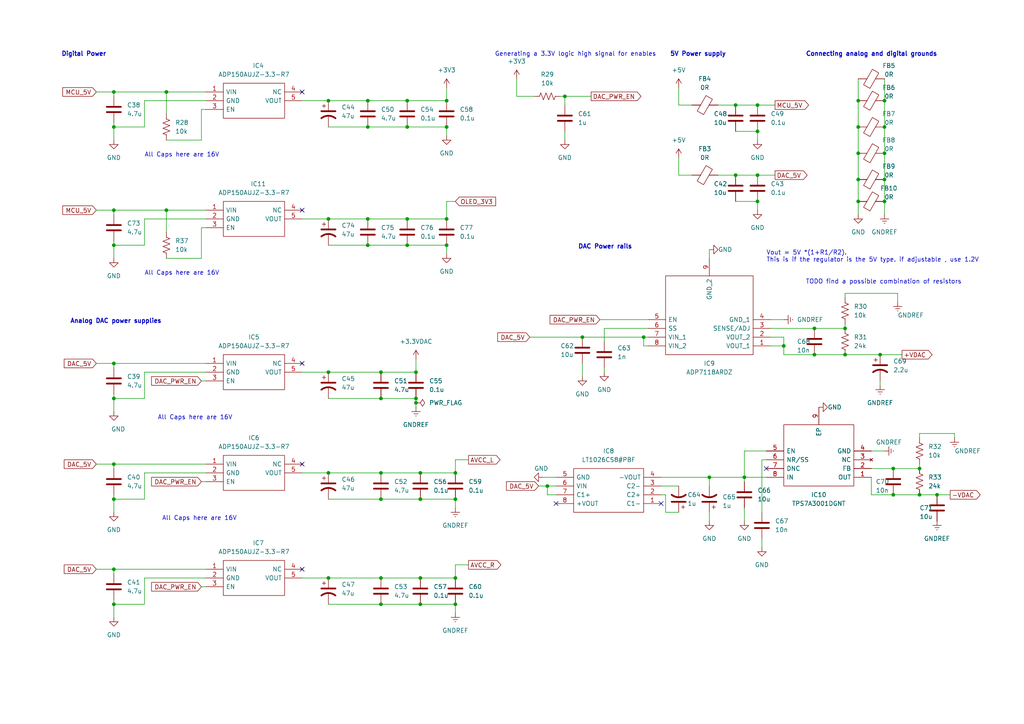
<source format=kicad_sch>
(kicad_sch (version 20211123) (generator eeschema)
  (paper "A4")
  (title_block (title "Power Supplies"))
  (junction (at 106.68 71.12))
  (junction (at 110.49 144.78))
  (junction (at 163.83 27.94))
  (junction (at 213.36 30.48))
  (junction (at 213.36 50.8))
  (junction (at 168.91 97.79))
  (junction (at 121.92 175.26))
  (junction (at 118.11 36.83))
  (junction (at 271.78 143.51))
  (junction (at 110.49 167.64))
  (junction (at 95.25 63.5))
  (junction (at 33.02 115.57))
  (junction (at 106.68 36.83))
  (junction (at 121.92 137.16))
  (junction (at 95.25 167.64))
  (junction (at 245.11 102.87))
  (junction (at 186.69 97.79))
  (junction (at 227.33 100.33))
  (junction (at 248.92 58.42))
  (junction (at 219.71 58.42))
  (junction (at 118.11 63.5))
  (junction (at 129.54 71.12))
  (junction (at 33.02 105.41))
  (junction (at 132.08 175.26))
  (junction (at 219.71 30.48))
  (junction (at 256.54 29.21))
  (junction (at 266.7 135.89))
  (junction (at 245.11 95.25))
  (junction (at 95.25 107.95))
  (junction (at 118.11 71.12))
  (junction (at 248.92 29.21))
  (junction (at 33.02 26.67))
  (junction (at 205.74 138.43))
  (junction (at 48.26 26.67))
  (junction (at 110.49 175.26))
  (junction (at 110.49 107.95))
  (junction (at 219.71 50.8))
  (junction (at 129.54 63.5))
  (junction (at 33.02 71.12))
  (junction (at 132.08 144.78))
  (junction (at 110.49 115.57))
  (junction (at 33.02 36.83))
  (junction (at 248.92 44.45))
  (junction (at 219.71 38.1))
  (junction (at 33.02 165.1))
  (junction (at 110.49 137.16))
  (junction (at 33.02 144.78))
  (junction (at 132.08 137.16))
  (junction (at 132.08 167.64))
  (junction (at 256.54 44.45))
  (junction (at 121.92 167.64))
  (junction (at 121.92 144.78))
  (junction (at 215.9 138.43))
  (junction (at 106.68 29.21))
  (junction (at 236.22 102.87))
  (junction (at 120.65 107.95))
  (junction (at 259.08 143.51))
  (junction (at 118.11 29.21))
  (junction (at 120.65 115.57))
  (junction (at 248.92 36.83))
  (junction (at 259.08 135.89))
  (junction (at 95.25 29.21))
  (junction (at 256.54 58.42))
  (junction (at 120.65 116.84))
  (junction (at 266.7 143.51))
  (junction (at 256.54 52.07))
  (junction (at 33.02 60.96))
  (junction (at 33.02 134.62))
  (junction (at 33.02 175.26))
  (junction (at 129.54 29.21))
  (junction (at 248.92 52.07))
  (junction (at 256.54 36.83))
  (junction (at 158.75 140.97))
  (junction (at 95.25 137.16))
  (junction (at 236.22 95.25))
  (junction (at 106.68 63.5))
  (junction (at 255.27 102.87))
  (junction (at 129.54 36.83))
  (junction (at 48.26 60.96))
  (no_connect (at 87.63 105.41))
  (no_connect (at 87.63 134.62))
  (no_connect (at 191.77 146.05))
  (no_connect (at 222.25 135.89))
  (no_connect (at 87.63 165.1))
  (no_connect (at 87.63 60.96))
  (no_connect (at 161.29 146.05))
  (no_connect (at 87.63 26.67))
  (wire (pts (xy 219.71 30.48) (xy 224.79 30.48)))
  (wire (pts (xy 95.25 167.64) (xy 110.49 167.64)))
  (wire (pts (xy 162.56 27.94) (xy 163.83 27.94)))
  (wire (pts (xy 118.11 36.83) (xy 129.54 36.83)))
  (wire (pts (xy 213.36 30.48) (xy 219.71 30.48)))
  (wire (pts (xy 245.11 102.87) (xy 255.27 102.87)))
  (wire (pts (xy 129.54 36.83) (xy 129.54 39.37)))
  (wire (pts (xy 129.54 71.12) (xy 129.54 73.66)))
  (wire (pts (xy 252.73 138.43) (xy 252.73 143.51)))
  (wire (pts (xy 205.74 138.43) (xy 215.9 138.43)))
  (wire (pts (xy 245.11 85.09) (xy 260.35 85.09)))
  (wire (pts (xy 223.52 100.33) (xy 227.33 100.33)))
  (wire (pts (xy 168.91 109.22) (xy 168.91 105.41)))
  (wire (pts (xy 220.98 133.35) (xy 220.98 148.59)))
  (wire (pts (xy 260.35 85.09) (xy 260.35 87.63)))
  (wire (pts (xy 227.33 92.71) (xy 223.52 92.71)))
  (wire (pts (xy 266.7 125.73) (xy 276.86 125.73)))
  (wire (pts (xy 193.04 148.59) (xy 196.85 148.59)))
  (wire (pts (xy 255.27 111.76) (xy 255.27 110.49)))
  (wire (pts (xy 27.94 26.67) (xy 33.02 26.67)))
  (wire (pts (xy 132.08 163.83) (xy 132.08 167.64)))
  (wire (pts (xy 95.25 137.16) (xy 110.49 137.16)))
  (wire (pts (xy 132.08 133.35) (xy 135.89 133.35)))
  (wire (pts (xy 121.92 144.78) (xy 132.08 144.78)))
  (wire (pts (xy 227.33 102.87) (xy 236.22 102.87)))
  (wire (pts (xy 255.27 102.87) (xy 261.62 102.87)))
  (wire (pts (xy 95.25 71.12) (xy 106.68 71.12)))
  (wire (pts (xy 259.08 135.89) (xy 266.7 135.89)))
  (wire (pts (xy 33.02 26.67) (xy 48.26 26.67)))
  (wire (pts (xy 213.36 50.8) (xy 219.71 50.8)))
  (wire (pts (xy 205.74 151.13) (xy 205.74 148.59)))
  (wire (pts (xy 58.42 40.64) (xy 48.26 40.64)))
  (wire (pts (xy 256.54 52.07) (xy 256.54 58.42)))
  (wire (pts (xy 149.86 22.86) (xy 149.86 27.94)))
  (wire (pts (xy 27.94 60.96) (xy 33.02 60.96)))
  (wire (pts (xy 33.02 27.94) (xy 33.02 26.67)))
  (wire (pts (xy 153.67 97.79) (xy 168.91 97.79)))
  (wire (pts (xy 256.54 44.45) (xy 256.54 52.07)))
  (wire (pts (xy 186.69 100.33) (xy 186.69 97.79)))
  (wire (pts (xy 95.25 63.5) (xy 106.68 63.5)))
  (wire (pts (xy 87.63 63.5) (xy 95.25 63.5)))
  (wire (pts (xy 213.36 58.42) (xy 219.71 58.42)))
  (wire (pts (xy 121.92 175.26) (xy 132.08 175.26)))
  (wire (pts (xy 110.49 115.57) (xy 120.65 115.57)))
  (wire (pts (xy 27.94 134.62) (xy 33.02 134.62)))
  (wire (pts (xy 41.91 36.83) (xy 33.02 36.83)))
  (wire (pts (xy 33.02 74.93) (xy 33.02 71.12)))
  (wire (pts (xy 41.91 115.57) (xy 33.02 115.57)))
  (wire (pts (xy 59.69 63.5) (xy 41.91 63.5)))
  (wire (pts (xy 248.92 22.86) (xy 248.92 29.21)))
  (wire (pts (xy 205.74 72.39) (xy 205.74 74.93)))
  (wire (pts (xy 59.69 167.64) (xy 41.91 167.64)))
  (wire (pts (xy 236.22 95.25) (xy 245.11 95.25)))
  (wire (pts (xy 236.22 102.87) (xy 245.11 102.87)))
  (wire (pts (xy 118.11 29.21) (xy 129.54 29.21)))
  (wire (pts (xy 129.54 25.4) (xy 129.54 29.21)))
  (wire (pts (xy 215.9 139.7) (xy 215.9 138.43)))
  (wire (pts (xy 168.91 97.79) (xy 186.69 97.79)))
  (wire (pts (xy 48.26 60.96) (xy 48.26 67.31)))
  (wire (pts (xy 252.73 135.89) (xy 259.08 135.89)))
  (wire (pts (xy 33.02 175.26) (xy 33.02 173.99)))
  (wire (pts (xy 33.02 36.83) (xy 33.02 35.56)))
  (wire (pts (xy 41.91 71.12) (xy 33.02 71.12)))
  (wire (pts (xy 219.71 60.96) (xy 219.71 58.42)))
  (wire (pts (xy 95.25 36.83) (xy 106.68 36.83)))
  (wire (pts (xy 132.08 177.8) (xy 132.08 175.26)))
  (wire (pts (xy 191.77 138.43) (xy 205.74 138.43)))
  (wire (pts (xy 41.91 63.5) (xy 41.91 71.12)))
  (wire (pts (xy 118.11 63.5) (xy 129.54 63.5)))
  (wire (pts (xy 58.42 31.75) (xy 59.69 31.75)))
  (wire (pts (xy 58.42 74.93) (xy 48.26 74.93)))
  (wire (pts (xy 266.7 143.51) (xy 271.78 143.51)))
  (wire (pts (xy 219.71 40.64) (xy 219.71 38.1)))
  (wire (pts (xy 59.69 107.95) (xy 41.91 107.95)))
  (wire (pts (xy 110.49 137.16) (xy 121.92 137.16)))
  (wire (pts (xy 208.28 30.48) (xy 213.36 30.48)))
  (wire (pts (xy 158.75 140.97) (xy 161.29 140.97)))
  (wire (pts (xy 58.42 110.49) (xy 59.69 110.49)))
  (wire (pts (xy 256.54 29.21) (xy 256.54 36.83)))
  (wire (pts (xy 95.25 29.21) (xy 106.68 29.21)))
  (wire (pts (xy 33.02 148.59) (xy 33.02 144.78)))
  (wire (pts (xy 245.11 93.98) (xy 245.11 95.25)))
  (wire (pts (xy 27.94 165.1) (xy 33.02 165.1)))
  (wire (pts (xy 120.65 104.14) (xy 120.65 107.95)))
  (wire (pts (xy 58.42 170.18) (xy 59.69 170.18)))
  (wire (pts (xy 33.02 60.96) (xy 48.26 60.96)))
  (wire (pts (xy 33.02 179.07) (xy 33.02 175.26)))
  (wire (pts (xy 187.96 100.33) (xy 186.69 100.33)))
  (wire (pts (xy 256.54 36.83) (xy 256.54 44.45)))
  (wire (pts (xy 222.25 133.35) (xy 220.98 133.35)))
  (wire (pts (xy 41.91 167.64) (xy 41.91 175.26)))
  (wire (pts (xy 191.77 143.51) (xy 193.04 143.51)))
  (wire (pts (xy 208.28 50.8) (xy 213.36 50.8)))
  (wire (pts (xy 33.02 165.1) (xy 59.69 165.1)))
  (wire (pts (xy 59.69 29.21) (xy 41.91 29.21)))
  (wire (pts (xy 110.49 107.95) (xy 120.65 107.95)))
  (wire (pts (xy 33.02 134.62) (xy 59.69 134.62)))
  (wire (pts (xy 41.91 107.95) (xy 41.91 115.57)))
  (wire (pts (xy 173.99 92.71) (xy 187.96 92.71)))
  (wire (pts (xy 87.63 167.64) (xy 95.25 167.64)))
  (wire (pts (xy 33.02 144.78) (xy 33.02 143.51)))
  (wire (pts (xy 248.92 29.21) (xy 248.92 36.83)))
  (wire (pts (xy 259.08 143.51) (xy 266.7 143.51)))
  (wire (pts (xy 196.85 50.8) (xy 196.85 45.72)))
  (wire (pts (xy 118.11 71.12) (xy 129.54 71.12)))
  (wire (pts (xy 48.26 26.67) (xy 48.26 33.02)))
  (wire (pts (xy 132.08 58.42) (xy 129.54 58.42)))
  (wire (pts (xy 223.52 97.79) (xy 227.33 97.79)))
  (wire (pts (xy 156.21 140.97) (xy 158.75 140.97)))
  (wire (pts (xy 58.42 31.75) (xy 58.42 40.64)))
  (wire (pts (xy 129.54 58.42) (xy 129.54 63.5)))
  (wire (pts (xy 106.68 71.12) (xy 118.11 71.12)))
  (wire (pts (xy 200.66 30.48) (xy 196.85 30.48)))
  (wire (pts (xy 175.26 106.68) (xy 175.26 107.95)))
  (wire (pts (xy 120.65 118.11) (xy 120.65 116.84)))
  (wire (pts (xy 41.91 137.16) (xy 41.91 144.78)))
  (wire (pts (xy 33.02 135.89) (xy 33.02 134.62)))
  (wire (pts (xy 48.26 60.96) (xy 59.69 60.96)))
  (wire (pts (xy 58.42 66.04) (xy 58.42 74.93)))
  (wire (pts (xy 33.02 71.12) (xy 33.02 69.85)))
  (wire (pts (xy 175.26 99.06) (xy 175.26 95.25)))
  (wire (pts (xy 191.77 140.97) (xy 196.85 140.97)))
  (wire (pts (xy 120.65 116.84) (xy 120.65 115.57)))
  (wire (pts (xy 200.66 50.8) (xy 196.85 50.8)))
  (wire (pts (xy 215.9 147.32) (xy 215.9 151.13)))
  (wire (pts (xy 248.92 62.23) (xy 248.92 58.42)))
  (wire (pts (xy 121.92 137.16) (xy 132.08 137.16)))
  (wire (pts (xy 161.29 143.51) (xy 158.75 143.51)))
  (wire (pts (xy 106.68 36.83) (xy 118.11 36.83)))
  (wire (pts (xy 175.26 95.25) (xy 187.96 95.25)))
  (wire (pts (xy 110.49 175.26) (xy 121.92 175.26)))
  (wire (pts (xy 33.02 105.41) (xy 59.69 105.41)))
  (wire (pts (xy 248.92 52.07) (xy 248.92 58.42)))
  (wire (pts (xy 252.73 130.81) (xy 256.54 130.81)))
  (wire (pts (xy 95.25 115.57) (xy 110.49 115.57)))
  (wire (pts (xy 266.7 134.62) (xy 266.7 135.89)))
  (wire (pts (xy 220.98 156.21) (xy 220.98 158.75)))
  (wire (pts (xy 256.54 62.23) (xy 256.54 58.42)))
  (wire (pts (xy 227.33 100.33) (xy 227.33 102.87)))
  (wire (pts (xy 41.91 29.21) (xy 41.91 36.83)))
  (wire (pts (xy 271.78 143.51) (xy 275.59 143.51)))
  (wire (pts (xy 213.36 38.1) (xy 219.71 38.1)))
  (wire (pts (xy 215.9 138.43) (xy 222.25 138.43)))
  (wire (pts (xy 252.73 143.51) (xy 259.08 143.51)))
  (wire (pts (xy 58.42 139.7) (xy 59.69 139.7)))
  (wire (pts (xy 256.54 22.86) (xy 256.54 29.21)))
  (wire (pts (xy 87.63 107.95) (xy 95.25 107.95)))
  (wire (pts (xy 248.92 36.83) (xy 248.92 44.45)))
  (wire (pts (xy 222.25 130.81) (xy 215.9 130.81)))
  (wire (pts (xy 33.02 62.23) (xy 33.02 60.96)))
  (wire (pts (xy 33.02 166.37) (xy 33.02 165.1)))
  (wire (pts (xy 132.08 147.32) (xy 132.08 144.78)))
  (wire (pts (xy 276.86 125.73) (xy 276.86 127)))
  (wire (pts (xy 95.25 175.26) (xy 110.49 175.26)))
  (wire (pts (xy 33.02 106.68) (xy 33.02 105.41)))
  (wire (pts (xy 59.69 137.16) (xy 41.91 137.16)))
  (wire (pts (xy 248.92 44.45) (xy 248.92 52.07)))
  (wire (pts (xy 33.02 119.38) (xy 33.02 115.57)))
  (wire (pts (xy 95.25 107.95) (xy 110.49 107.95)))
  (wire (pts (xy 158.75 143.51) (xy 158.75 140.97)))
  (wire (pts (xy 163.83 27.94) (xy 171.45 27.94)))
  (wire (pts (xy 266.7 127) (xy 266.7 125.73)))
  (wire (pts (xy 121.92 167.64) (xy 132.08 167.64)))
  (wire (pts (xy 33.02 40.64) (xy 33.02 36.83)))
  (wire (pts (xy 132.08 163.83) (xy 135.89 163.83)))
  (wire (pts (xy 48.26 26.67) (xy 59.69 26.67)))
  (wire (pts (xy 33.02 115.57) (xy 33.02 114.3)))
  (wire (pts (xy 196.85 30.48) (xy 196.85 25.4)))
  (wire (pts (xy 58.42 66.04) (xy 59.69 66.04)))
  (wire (pts (xy 106.68 29.21) (xy 118.11 29.21)))
  (wire (pts (xy 87.63 137.16) (xy 95.25 137.16)))
  (wire (pts (xy 41.91 175.26) (xy 33.02 175.26)))
  (wire (pts (xy 110.49 144.78) (xy 121.92 144.78)))
  (wire (pts (xy 27.94 105.41) (xy 33.02 105.41)))
  (wire (pts (xy 149.86 27.94) (xy 154.94 27.94)))
  (wire (pts (xy 163.83 27.94) (xy 163.83 30.48)))
  (wire (pts (xy 186.69 97.79) (xy 187.96 97.79)))
  (wire (pts (xy 227.33 97.79) (xy 227.33 100.33)))
  (wire (pts (xy 163.83 38.1) (xy 163.83 40.64)))
  (wire (pts (xy 87.63 29.21) (xy 95.25 29.21)))
  (wire (pts (xy 245.11 86.36) (xy 245.11 85.09)))
  (wire (pts (xy 41.91 144.78) (xy 33.02 144.78)))
  (wire (pts (xy 219.71 50.8) (xy 224.79 50.8)))
  (wire (pts (xy 223.52 95.25) (xy 236.22 95.25)))
  (wire (pts (xy 157.48 138.43) (xy 161.29 138.43)))
  (wire (pts (xy 205.74 140.97) (xy 205.74 138.43)))
  (wire (pts (xy 215.9 130.81) (xy 215.9 138.43)))
  (wire (pts (xy 106.68 63.5) (xy 118.11 63.5)))
  (wire (pts (xy 95.25 144.78) (xy 110.49 144.78)))
  (wire (pts (xy 110.49 167.64) (xy 121.92 167.64)))
  (wire (pts (xy 193.04 143.51) (xy 193.04 148.59)))
  (wire (pts (xy 132.08 133.35) (xy 132.08 137.16)))
  (text "DAC Power rails" (at 167.64 72.39 0) (effects (font (size 1.27 1.27) (thickness 0.254) bold) (justify left bottom)))
  (text "Connecting analog and digital grounds" (at 233.68 16.51 0) (effects (font (size 1.27 1.27) (thickness 0.254) bold) (justify left bottom)))
  (text "TODO find a possible combination of resistors" (at 233.68 82.55 0) (effects (font (size 1.27 1.27)) (justify left bottom)))
  (text "Digital Power" (at 17.78 16.51 0) (effects (font (size 1.27 1.27) (thickness 0.254) bold) (justify left bottom)))
  (text "Analog DAC power supplies" (at 20.32 93.98 0) (effects (font (size 1.27 1.27) (thickness 0.254) bold) (justify left bottom)))
  (text "Vout = 5V *(1+R1/R2).\nThis is if the regulator is the 5V type. if adjustable , use 1.2V" (at 222.25 76.2 0) (effects (font (size 1.27 1.27)) (justify left bottom)))
  (text "All Caps here are 16V" (at 45.72 121.92 0) (effects (font (size 1.27 1.27)) (justify left bottom)))
  (text "Generating a 3.3V logic high signal for enables" (at 143.51 16.51 0) (effects (font (size 1.27 1.27)) (justify left bottom)))
  (text "All Caps here are 16V" (at 41.91 80.01 0) (effects (font (size 1.27 1.27)) (justify left bottom)))
  (text "5V Power supply" (at 194.31 16.51 0) (effects (font (size 1.27 1.27) (thickness 0.254) bold) (justify left bottom)))
  (text "All Caps here are 16V" (at 41.91 45.72 0) (effects (font (size 1.27 1.27)) (justify left bottom)))
  (text "All Caps here are 16V" (at 46.99 151.13 0) (effects (font (size 1.27 1.27)) (justify left bottom)))
  (global_label "MCU_5V" (shape input) (at 27.94 60.96 180) (property "Intersheet References" "${INTERSHEET_REFS}" (effects hide)))
  (global_label "DAC_5V" (shape output) (at 224.79 50.8 0) (property "Intersheet References" "${INTERSHEET_REFS}" (effects hide)))
  (global_label "DAC_5V" (shape input) (at 153.67 97.79 180) (property "Intersheet References" "${INTERSHEET_REFS}" (effects hide)))
  (global_label "DAC_5V" (shape input) (at 27.94 105.41 180) (property "Intersheet References" "${INTERSHEET_REFS}" (effects hide)))
  (global_label "OLED_3V3" (shape input) (at 132.08 58.42 0) (property "Intersheet References" "${INTERSHEET_REFS}" (effects hide)))
  (global_label "MCU_5V" (shape output) (at 224.79 30.48 0) (property "Intersheet References" "${INTERSHEET_REFS}" (effects hide)))
  (global_label "-VDAC" (shape output) (at 275.59 143.51 0) (property "Intersheet References" "${INTERSHEET_REFS}" (effects hide)))
  (global_label "DAC_PWR_EN" (shape output) (at 171.45 27.94 0) (property "Intersheet References" "${INTERSHEET_REFS}" (effects hide)))
  (global_label "+VDAC" (shape output) (at 261.62 102.87 0) (property "Intersheet References" "${INTERSHEET_REFS}" (effects hide)))
  (global_label "DAC_PWR_EN" (shape input) (at 173.99 92.71 180) (property "Intersheet References" "${INTERSHEET_REFS}" (effects hide)))
  (global_label "DAC_5V" (shape input) (at 156.21 140.97 180) (property "Intersheet References" "${INTERSHEET_REFS}" (effects hide)))
  (global_label "DAC_5V" (shape input) (at 27.94 165.1 180) (property "Intersheet References" "${INTERSHEET_REFS}" (effects hide)))
  (global_label "DAC_5V" (shape input) (at 27.94 134.62 180) (property "Intersheet References" "${INTERSHEET_REFS}" (effects hide)))
  (global_label "AVCC_L" (shape output) (at 135.89 133.35 0) (property "Intersheet References" "${INTERSHEET_REFS}" (effects hide)))
  (global_label "DAC_PWR_EN" (shape input) (at 58.42 110.49 180) (property "Intersheet References" "${INTERSHEET_REFS}" (effects hide)))
  (global_label "DAC_PWR_EN" (shape input) (at 58.42 170.18 180) (property "Intersheet References" "${INTERSHEET_REFS}" (effects hide)))
  (global_label "MCU_5V" (shape input) (at 27.94 26.67 180) (property "Intersheet References" "${INTERSHEET_REFS}" (effects hide)))
  (global_label "AVCC_R" (shape output) (at 135.89 163.83 0) (property "Intersheet References" "${INTERSHEET_REFS}" (effects hide)))
  (global_label "DAC_PWR_EN" (shape input) (at 58.42 139.7 180) (property "Intersheet References" "${INTERSHEET_REFS}" (effects hide)))
  (symbol (lib_id "Device:C") (at 219.71 34.29 0) (unit 1)
    (property "Reference" "C49" (at 223.52 33.0199 0) (effects (justify left)))
    (property "Value" "0.1u" (at 223.52 35.5599 0) (effects (justify left)))
    (property "Footprint" "Capacitor_SMD:C_0805_2012Metric_Pad1.18x1.45mm_HandSolder" (effects hide))
    (property "Part Number" "CL21B104KBCNFNC" (effects hide))
    (property "Mouser Part Number" "187-CL21B104KBCNFNC" (effects hide))
  )
  (symbol (lib_id "Device:C_Polarized_US") (at 255.27 106.68 0) (unit 1)
    (property "Reference" "C69" (at 259.08 104.7749 0) (effects (justify left)))
    (property "Value" "2.2u" (at 259.08 107.3149 0) (effects (justify left)))
    (property "Footprint" "Capacitor_THT:CP_Radial_D4.0mm_P1.50mm" (effects hide))
    (property "Part Number" "ECE-A1HKA2R2" (effects hide))
    (property "Mouser Part Number" "667-ECE-A1HKA2R2" (effects hide))
  )
  (symbol (lib_id "power:GNDREF") (at 260.35 87.63 0) (unit 1)
    (property "Reference" "#PWR0159" (effects hide))
    (property "Value" "GNDREF" (at 260.35 91.44 0) (effects (justify left)))
  )
  (symbol (lib_id "SamacSys_Parts:LT1026CS8#PBF") (at 191.77 146.05 180) (unit 1)
    (property "Reference" "IC8" (at 176.53 130.81 0))
    (property "Value" "LT1026CS8#PBF" (at 176.53 133.35 0))
    (property "Footprint" "SamacSys_Parts:SOIC127P599X175-8N" (effects hide))
    (property "Datasheet" "https://datasheet.datasheetarchive.com/originals/distributors/SFDatasheet-4/sf-00090775.pdf" (effects hide))
    (property "Description" "Linear Technology LT1026CS8#PBF, Charge Pump Inverting, 7  18 V, 8-Pin, SOIC" (effects hide))
    (property "Height" "1.752" (effects hide))
    (property "Manufacturer_Name" "Linear Technology" (effects hide))
    (property "Manufacturer_Part_Number" "LT1026CS8#PBF" (effects hide))
    (property "Mouser Part Number" "584-LT1026CS8#PBF" (effects hide))
    (property "Mouser Price/Stock" "https://www.mouser.com/Search/Refine.aspx?Keyword=584-LT1026CS8%23PBF" (effects hide))
    (property "Arrow Part Number" "LT1026CS8#PBF" (effects hide))
    (property "Arrow Price/Stock" "https://www.arrow.com/en/products/lt1026cs8pbf/linear-technology" (effects hide))
  )
  (symbol (lib_id "Device:C") (at 106.68 33.02 0) (unit 1)
    (property "Reference" "C50" (at 110.49 31.7499 0) (effects (justify left)))
    (property "Value" "4.7u" (at 110.49 34.2899 0) (effects (justify left)))
    (property "Footprint" "Capacitor_SMD:C_0805_2012Metric_Pad1.18x1.45mm_HandSolder" (effects hide))
    (property "Part Number" "C0805C104K8RACAUTO" (effects hide))
    (property "Mouser Part Number" "80-C0805C104K8RAUTO" (effects hide))
  )
  (symbol (lib_id "power:GND") (at 219.71 60.96 0) (unit 1)
    (property "Reference" "#PWR0178" (effects hide))
    (property "Value" "GND" (at 219.71 66.04 0))
  )
  (symbol (lib_id "Device:C_Polarized_US") (at 95.25 111.76 0) (unit 1)
    (property "Reference" "C45" (at 99.06 109.8549 0) (effects (justify left)))
    (property "Value" "47u" (at 99.06 112.3949 0) (effects (justify left)))
    (property "Footprint" "Capacitor_THT:CP_Radial_D5.0mm_P2.50mm" (effects hide))
    (property "Part Number" "ECA-1CHG470I" (effects hide))
    (property "Mouser Part Number" "667-ECA-1CHG470I" (effects hide))
  )
  (symbol (lib_id "Device:C") (at 110.49 140.97 0) (unit 1)
    (property "Reference" "C52" (at 114.3 139.6999 0) (effects (justify left)))
    (property "Value" "4.7u" (at 114.3 142.2399 0) (effects (justify left)))
    (property "Footprint" "Capacitor_SMD:C_0805_2012Metric_Pad1.18x1.45mm_HandSolder" (effects hide))
    (property "Part Number" "C0805C104K8RACAUTO" (effects hide))
    (property "Mouser Part Number" "80-C0805C104K8RAUTO" (effects hide))
  )
  (symbol (lib_id "power:GND") (at 163.83 40.64 0) (unit 1)
    (property "Reference" "#PWR0167" (effects hide))
    (property "Value" "GND" (at 163.83 45.72 0))
  )
  (symbol (lib_id "Device:C") (at 120.65 111.76 0) (unit 1)
    (property "Reference" "C55" (at 124.46 110.4899 0) (effects (justify left)))
    (property "Value" "0.1u" (at 124.46 113.0299 0) (effects (justify left)))
    (property "Footprint" "Capacitor_SMD:C_0805_2012Metric_Pad1.18x1.45mm_HandSolder" (effects hide))
    (property "Part Number" "CL21B104KBCNFNC" (effects hide))
    (property "Mouser Part Number" "187-CL21B104KBCNFNC" (effects hide))
  )
  (symbol (lib_id "Device:C") (at 175.26 102.87 0) (unit 1)
    (property "Reference" "C63" (at 179.07 100.9649 0) (effects (justify left)))
    (property "Value" "1n" (at 179.07 103.5049 0) (effects (justify left)))
    (property "Footprint" "Capacitor_SMD:C_0805_2012Metric_Pad1.18x1.45mm_HandSolder" (effects hide))
    (property "Part Number" "0805YD102KAT2A" (effects hide))
    (property "Mouser Part Number" "581-0805YD102KAT2A" (effects hide))
  )
  (symbol (lib_id "SamacSys_Parts:ADP150AUJZ-3.3-R7") (at 59.69 26.67 0) (unit 1)
    (property "Reference" "IC4" (at 74.93 19.05 0))
    (property "Value" "ADP150AUJZ-3.3-R7" (at 73.66 21.59 0))
    (property "Footprint" "SamacSys_Parts:SOT95P280X100-5N" (effects hide))
    (property "Datasheet" "https://www.digikey.com/product-detail/en/analog-devices-inc/ADP150AUJZ-3.3-R7/ADP150AUJZ-3.3-R7CT-ND/2207505" (effects hide))
    (property "Description" "Ultralow Noise, 150 mA CMOS Linear Regulator" (effects hide))
    (property "Height" "1" (effects hide))
    (property "Manufacturer_Name" "Analog Devices" (effects hide))
    (property "Manufacturer_Part_Number" "ADP150AUJZ-3.3-R7" (effects hide))
    (property "Mouser Part Number" "584-ADP150AUJZ-3.3R7" (effects hide))
    (property "Mouser Price/Stock" "https://www.mouser.com/Search/Refine.aspx?Keyword=N%2FA" (effects hide))
    (property "Arrow Part Number" "ADP150AUJZ-3.3-R7" (effects hide))
    (property "Arrow Price/Stock" "https://www.arrow.com/en/products/adp150aujz-3.3-r7/analog-devices?region=nac" (effects hide))
  )
  (symbol (lib_id "power:+3.3V") (at 129.54 25.4 0) (unit 1)
    (property "Reference" "#PWR0172" (effects hide))
    (property "Value" "+3.3V" (at 129.54 20.32 0))
  )
  (symbol (lib_id "Device:C") (at 33.02 31.75 0) (unit 1)
    (property "Reference" "C38" (at 36.83 30.4799 0) (effects (justify left)))
    (property "Value" "4.7u" (at 36.83 33.0199 0) (effects (justify left)))
    (property "Footprint" "Capacitor_SMD:C_0805_2012Metric_Pad1.18x1.45mm_HandSolder" (effects hide))
    (property "Part Number" "C0805C104K8RACAUTO" (effects hide))
    (property "Mouser Part Number" "80-C0805C104K8RAUTO" (effects hide))
  )
  (symbol (lib_id "power:+3.3V") (at 149.86 22.86 0) (unit 1)
    (property "Reference" "#PWR0175" (effects hide))
    (property "Value" "+3.3V" (at 149.86 17.78 0))
  )
  (symbol (lib_id "Device:C_Polarized_US") (at 95.25 67.31 0) (unit 1)
    (property "Reference" "C74" (at 99.06 65.4049 0) (effects (justify left)))
    (property "Value" "47u" (at 99.06 67.9449 0) (effects (justify left)))
    (property "Footprint" "Capacitor_THT:CP_Radial_D5.0mm_P2.50mm" (effects hide))
    (property "Part Number" "ECA-1CHG470I" (effects hide))
    (property "Mouser Part Number" "667-ECA-1CHG470I" (effects hide))
  )
  (symbol (lib_id "Device:R_US") (at 266.7 130.81 180) (unit 1)
    (property "Reference" "R32" (at 269.24 129.5399 0) (effects (justify right)))
    (property "Value" "10k" (at 269.24 132.0799 0) (effects (justify right)))
    (property "Footprint" "Resistor_SMD:R_0805_2012Metric_Pad1.20x1.40mm_HandSolder" (effects hide))
    (property "Part Number" "RT0805BRD0710KL" (effects hide))
    (property "Mouser Part Number" "603-RT0805BRD0710KL" (effects hide))
  )
  (symbol (lib_id "Device:R_US") (at 48.26 36.83 180) (unit 1)
    (property "Reference" "R28" (at 50.8 35.5599 0) (effects (justify right)))
    (property "Value" "10k" (at 50.8 38.0999 0) (effects (justify right)))
    (property "Footprint" "Resistor_SMD:R_0805_2012Metric_Pad1.20x1.40mm_HandSolder" (effects hide))
    (property "Part Number" "RC0805FR-7W10KL" (effects hide))
    (property "Mouser Part Number" "603-RC0805FR-7W10KL" (effects hide))
  )
  (symbol (lib_id "Device:FerriteBead") (at 252.73 22.86 90) (unit 1)
    (property "Reference" "FB5" (at 257.81 19.05 90))
    (property "Value" "0R" (at 257.8608 21.59 90))
    (property "Footprint" "SamacSys_Parts:BEADC2012X110N" (effects hide))
    (property "Part Number" "MFBW1V2012-000-R" (effects hide))
    (property "Mouser Part Number" "704-MFBW1V2012-000-R" (effects hide))
  )
  (symbol (lib_id "power:+5V") (at 196.85 25.4 0) (unit 1)
    (property "Reference" "#PWR0180" (effects hide))
    (property "Value" "+5V" (at 196.85 20.32 0))
  )
  (symbol (lib_id "Device:C") (at 129.54 67.31 0) (unit 1)
    (property "Reference" "C77" (at 133.35 66.0399 0) (effects (justify left)))
    (property "Value" "0.1u" (at 133.35 68.5799 0) (effects (justify left)))
    (property "Footprint" "Capacitor_SMD:C_0805_2012Metric_Pad1.18x1.45mm_HandSolder" (effects hide))
    (property "Part Number" "CL21B104KBCNFNC" (effects hide))
    (property "Mouser Part Number" "187-CL21B104KBCNFNC" (effects hide))
  )
  (symbol (lib_id "Device:C") (at 220.98 152.4 0) (mirror y) (unit 1)
    (property "Reference" "C67" (at 224.79 151.1299 0) (effects (justify right)))
    (property "Value" "10n" (at 224.79 153.6699 0) (effects (justify right)))
    (property "Footprint" "Capacitor_SMD:C_0805_2012Metric_Pad1.18x1.45mm_HandSolder" (effects hide))
    (property "Part Number" "C0805C103K4RECTU" (effects hide))
    (property "Mouser Part Number" "80-C0805C103K4RECTU" (effects hide))
  )
  (symbol (lib_id "Device:C_Polarized_US") (at 95.25 33.02 0) (unit 1)
    (property "Reference" "C44" (at 99.06 31.1149 0) (effects (justify left)))
    (property "Value" "47u" (at 99.06 33.6549 0) (effects (justify left)))
    (property "Footprint" "Capacitor_THT:CP_Radial_D5.0mm_P2.50mm" (effects hide))
    (property "Part Number" "ECA-1CHG470I" (effects hide))
    (property "Mouser Part Number" "667-ECA-1CHG470I" (effects hide))
  )
  (symbol (lib_id "power:GND") (at 33.02 40.64 0) (unit 1)
    (property "Reference" "#PWR0168" (effects hide))
    (property "Value" "GND" (at 33.02 45.72 0))
  )
  (symbol (lib_id "power:GND") (at 33.02 179.07 0) (unit 1)
    (property "Reference" "#PWR0171" (effects hide))
    (property "Value" "GND" (at 33.02 184.15 0))
  )
  (symbol (lib_id "power:GNDREF") (at 271.78 151.13 0) (unit 1)
    (property "Reference" "#PWR0166" (effects hide))
    (property "Value" "GNDREF" (at 267.97 156.21 0) (effects (justify left)))
  )
  (symbol (lib_id "power:GND") (at 220.98 158.75 0) (unit 1)
    (property "Reference" "#PWR0156" (effects hide))
    (property "Value" "GND" (at 220.98 163.83 0))
  )
  (symbol (lib_id "SamacSys_Parts:ADP7118ARDZ") (at 223.52 100.33 180) (unit 1)
    (property "Reference" "IC9" (at 205.74 105.41 0))
    (property "Value" "ADP7118ARDZ" (at 205.74 107.95 0))
    (property "Footprint" "SamacSys_Parts:SOIC127P600X175-9N" (effects hide))
    (property "Datasheet" "https://datasheet.datasheetarchive.com/originals/distributors/DKDS-11/217300.pdf" (effects hide))
    (property "Description" "LDO Linear Regulator 0.2A SOICN8 Analog Devices ADP7118ARDZ, LDO Voltage Regulator, Adjustable 200mA, 1.2  5 V +/-0.8%, 8-Pin SOIC" (effects hide))
    (property "Height" "1.75" (effects hide))
    (property "Manufacturer_Name" "Analog Devices" (effects hide))
    (property "Manufacturer_Part_Number" "ADP7118ARDZ" (effects hide))
    (property "Mouser Part Number" "584-ADP7118ARDZ" (effects hide))
    (property "Mouser Price/Stock" "https://www.mouser.co.uk/ProductDetail/Analog-Devices/ADP7118ARDZ?qs=hpwIUhX6lWxB0dXcVRdYrw%3D%3D" (effects hide))
    (property "Arrow Part Number" "ADP7118ARDZ" (effects hide))
    (property "Arrow Price/Stock" "https://www.arrow.com/en/products/adp7118ardz/analog-devices?region=nac" (effects hide))
  )
  (symbol (lib_id "Device:C") (at 33.02 110.49 0) (unit 1)
    (property "Reference" "C39" (at 36.83 109.2199 0) (effects (justify left)))
    (property "Value" "4.7u" (at 36.83 111.7599 0) (effects (justify left)))
    (property "Footprint" "Capacitor_SMD:C_0805_2012Metric_Pad1.18x1.45mm_HandSolder" (effects hide))
    (property "Part Number" "C0805C104K8RACAUTO" (effects hide))
    (property "Mouser Part Number" "80-C0805C104K8RAUTO" (effects hide))
  )
  (symbol (lib_id "Device:C_Polarized_US") (at 95.25 140.97 0) (unit 1)
    (property "Reference" "C46" (at 99.06 139.0649 0) (effects (justify left)))
    (property "Value" "47u" (at 99.06 141.6049 0) (effects (justify left)))
    (property "Footprint" "Capacitor_THT:CP_Radial_D5.0mm_P2.50mm" (effects hide))
    (property "Part Number" "ECA-1CHG470I" (effects hide))
    (property "Mouser Part Number" "667-ECA-1CHG470I" (effects hide))
  )
  (symbol (lib_id "power:GNDREF") (at 256.54 130.81 90) (unit 1)
    (property "Reference" "#PWR09" (effects hide))
    (property "Value" "GNDREF" (at 261.62 128.27 90) (effects (justify left)))
  )
  (symbol (lib_id "Device:FerriteBead") (at 252.73 58.42 90) (unit 1)
    (property "Reference" "FB10" (at 257.81 54.61 90))
    (property "Value" "0R" (at 257.8608 57.15 90))
    (property "Footprint" "SamacSys_Parts:BEADC2012X110N" (effects hide))
    (property "Part Number" "MFBW1V2012-000-R" (effects hide))
    (property "Mouser Part Number" "704-MFBW1V2012-000-R" (effects hide))
  )
  (symbol (lib_id "power:GND") (at 175.26 107.95 0) (unit 1)
    (property "Reference" "#PWR0155" (effects hide))
    (property "Value" "GND" (at 175.26 113.03 0))
  )
  (symbol (lib_id "Device:C") (at 121.92 171.45 0) (unit 1)
    (property "Reference" "C57" (at 125.73 170.1799 0) (effects (justify left)))
    (property "Value" "0.1u" (at 125.73 172.7199 0) (effects (justify left)))
    (property "Footprint" "Capacitor_SMD:C_0805_2012Metric_Pad1.18x1.45mm_HandSolder" (effects hide))
    (property "Part Number" "CL21B104KBCNFNC" (effects hide))
    (property "Mouser Part Number" "187-CL21B104KBCNFNC" (effects hide))
  )
  (symbol (lib_id "Device:R_US") (at 48.26 71.12 180) (unit 1)
    (property "Reference" "R37" (at 50.8 69.8499 0) (effects (justify right)))
    (property "Value" "10k" (at 50.8 72.3899 0) (effects (justify right)))
    (property "Footprint" "Resistor_SMD:R_0805_2012Metric_Pad1.20x1.40mm_HandSolder" (effects hide))
    (property "Part Number" "RC0805FR-7W10KL" (effects hide))
    (property "Mouser Part Number" "603-RC0805FR-7W10KL" (effects hide))
  )
  (symbol (lib_id "Device:C") (at 118.11 33.02 0) (unit 1)
    (property "Reference" "C54" (at 121.92 31.7499 0) (effects (justify left)))
    (property "Value" "0.1u" (at 121.92 34.2899 0) (effects (justify left)))
    (property "Footprint" "Capacitor_SMD:C_0805_2012Metric_Pad1.18x1.45mm_HandSolder" (effects hide))
    (property "Part Number" "CL21B104KBCNFNC" (effects hide))
    (property "Mouser Part Number" "187-CL21B104KBCNFNC" (effects hide))
  )
  (symbol (lib_id "power:GND") (at 237.49 118.11 90) (unit 1)
    (property "Reference" "#PWR0161" (effects hide))
    (property "Value" "GND" (at 240.03 118.11 90) (effects (justify right)))
  )
  (symbol (lib_id "power:GNDREF") (at 132.08 147.32 0) (unit 1)
    (property "Reference" "#PWR0177" (effects hide))
    (property "Value" "GNDREF" (at 128.27 152.4 0) (effects (justify left)))
  )
  (symbol (lib_id "Device:C") (at 236.22 99.06 0) (mirror y) (unit 1)
    (property "Reference" "C68" (at 231.14 99.06 0) (effects (justify right)))
    (property "Value" "10n" (at 231.14 101.6 0) (effects (justify right)))
    (property "Footprint" "Capacitor_SMD:C_0805_2012Metric_Pad1.18x1.45mm_HandSolder" (effects hide))
    (property "Part Number" "C0805C103K4RECTU" (effects hide))
    (property "Mouser Part Number" "80-C0805C103K4RECTU" (effects hide))
  )
  (symbol (lib_id "Device:C") (at 132.08 171.45 0) (unit 1)
    (property "Reference" "C60" (at 135.89 170.1799 0) (effects (justify left)))
    (property "Value" "0.1u" (at 135.89 172.7199 0) (effects (justify left)))
    (property "Footprint" "Capacitor_SMD:C_0805_2012Metric_Pad1.18x1.45mm_HandSolder" (effects hide))
    (property "Part Number" "CL21B104KBCNFNC" (effects hide))
    (property "Mouser Part Number" "187-CL21B104KBCNFNC" (effects hide))
  )
  (symbol (lib_id "power:GNDREF") (at 255.27 111.76 0) (unit 1)
    (property "Reference" "#PWR0160" (effects hide))
    (property "Value" "GNDREF" (at 251.46 116.84 0) (effects (justify left)))
  )
  (symbol (lib_id "power:GNDREF") (at 227.33 92.71 90) (unit 1)
    (property "Reference" "#PWR08" (effects hide))
    (property "Value" "GNDREF" (at 238.76 92.71 90) (effects (justify left)))
  )
  (symbol (lib_id "Device:C") (at 33.02 170.18 0) (unit 1)
    (property "Reference" "C41" (at 36.83 168.9099 0) (effects (justify left)))
    (property "Value" "4.7u" (at 36.83 171.4499 0) (effects (justify left)))
    (property "Footprint" "Capacitor_SMD:C_0805_2012Metric_Pad1.18x1.45mm_HandSolder" (effects hide))
    (property "Part Number" "C0805C104K8RACAUTO" (effects hide))
    (property "Mouser Part Number" "80-C0805C104K8RAUTO" (effects hide))
  )
  (symbol (lib_id "power:GND") (at 157.48 138.43 270) (unit 1)
    (property "Reference" "#PWR0162" (effects hide))
    (property "Value" "GND" (at 154.94 135.89 90) (effects (justify left)))
  )
  (symbol (lib_id "Device:C") (at 110.49 111.76 0) (unit 1)
    (property "Reference" "C51" (at 114.3 110.4899 0) (effects (justify left)))
    (property "Value" "4.7u" (at 114.3 113.0299 0) (effects (justify left)))
    (property "Footprint" "Capacitor_SMD:C_0805_2012Metric_Pad1.18x1.45mm_HandSolder" (effects hide))
    (property "Part Number" "C0805C104K8RACAUTO" (effects hide))
    (property "Mouser Part Number" "80-C0805C104K8RAUTO" (effects hide))
  )
  (symbol (lib_id "power:GND") (at 33.02 148.59 0) (unit 1)
    (property "Reference" "#PWR0170" (effects hide))
    (property "Value" "GND" (at 33.02 153.67 0))
  )
  (symbol (lib_id "Device:C") (at 110.49 171.45 0) (unit 1)
    (property "Reference" "C53" (at 114.3 170.1799 0) (effects (justify left)))
    (property "Value" "4.7u" (at 114.3 172.7199 0) (effects (justify left)))
    (property "Footprint" "Capacitor_SMD:C_0805_2012Metric_Pad1.18x1.45mm_HandSolder" (effects hide))
    (property "Part Number" "C0805C104K8RACAUTO" (effects hide))
    (property "Mouser Part Number" "80-C0805C104K8RAUTO" (effects hide))
  )
  (symbol (lib_id "Device:FerriteBead") (at 252.73 29.21 90) (unit 1)
    (property "Reference" "FB6" (at 257.81 25.4 90))
    (property "Value" "0R" (at 257.8608 27.94 90))
    (property "Footprint" "SamacSys_Parts:BEADC2012X110N" (effects hide))
    (property "Part Number" "MFBW1V2012-000-R" (effects hide))
    (property "Mouser Part Number" "704-MFBW1V2012-000-R" (effects hide))
  )
  (symbol (lib_id "Device:C") (at 132.08 140.97 0) (unit 1)
    (property "Reference" "C59" (at 135.89 139.6999 0) (effects (justify left)))
    (property "Value" "0.1u" (at 135.89 142.2399 0) (effects (justify left)))
    (property "Footprint" "Capacitor_SMD:C_0805_2012Metric_Pad1.18x1.45mm_HandSolder" (effects hide))
    (property "Part Number" "CL21B104KBCNFNC" (effects hide))
    (property "Mouser Part Number" "187-CL21B104KBCNFNC" (effects hide))
  )
  (symbol (lib_id "power:PWR_FLAG") (at 120.65 116.84 270) (unit 1)
    (property "Reference" "#FLG02" (effects hide))
    (property "Value" "PWR_FLAG" (at 124.46 116.8399 90) (effects (justify left)))
  )
  (symbol (lib_id "Device:C") (at 106.68 67.31 0) (unit 1)
    (property "Reference" "C75" (at 110.49 66.0399 0) (effects (justify left)))
    (property "Value" "4.7u" (at 110.49 68.5799 0) (effects (justify left)))
    (property "Footprint" "Capacitor_SMD:C_0805_2012Metric_Pad1.18x1.45mm_HandSolder" (effects hide))
    (property "Part Number" "C0805C104K8RACAUTO" (effects hide))
    (property "Mouser Part Number" "80-C0805C104K8RAUTO" (effects hide))
  )
  (symbol (lib_id "power:GNDREF") (at 256.54 62.23 0) (unit 1)
    (property "Reference" "#PWR0152" (effects hide))
    (property "Value" "GNDREF" (at 252.73 67.31 0) (effects (justify left)))
  )
  (symbol (lib_id "power:GNDREF") (at 276.86 127 0) (unit 1)
    (property "Reference" "#PWR0164" (effects hide))
    (property "Value" "GNDREF" (at 276.86 130.81 0) (effects (justify left)))
  )
  (symbol (lib_id "Device:C") (at 168.91 101.6 0) (mirror y) (unit 1)
    (property "Reference" "C62" (at 162.56 100.33 0) (effects (justify right)))
    (property "Value" "10u" (at 162.56 102.87 0) (effects (justify right)))
    (property "Footprint" "Capacitor_SMD:C_0805_2012Metric_Pad1.18x1.45mm_HandSolder" (effects hide))
    (property "Part Number" "LMK212ABJ106KG8T" (effects hide))
    (property "Mouser Part Number" "963-LMK212ABJ106KG8T" (effects hide))
  )
  (symbol (lib_id "SamacSys_Parts:ADP150AUJZ-3.3-R7") (at 59.69 105.41 0) (unit 1)
    (property "Reference" "IC5" (at 73.66 97.79 0))
    (property "Value" "ADP150AUJZ-3.3-R7" (at 73.66 100.33 0))
    (property "Footprint" "SamacSys_Parts:SOT95P280X100-5N" (effects hide))
    (property "Datasheet" "https://www.digikey.com/product-detail/en/analog-devices-inc/ADP150AUJZ-3.3-R7/ADP150AUJZ-3.3-R7CT-ND/2207505" (effects hide))
    (property "Description" "Ultralow Noise, 150 mA CMOS Linear Regulator" (effects hide))
    (property "Height" "1" (effects hide))
    (property "Manufacturer_Name" "Analog Devices" (effects hide))
    (property "Manufacturer_Part_Number" "ADP150AUJZ-3.3-R7" (effects hide))
    (property "Mouser Part Number" "584-ADP150AUJZ-3.3R7" (effects hide))
    (property "Mouser Price/Stock" "https://www.mouser.com/Search/Refine.aspx?Keyword=N%2FA" (effects hide))
    (property "Arrow Part Number" "ADP150AUJZ-3.3-R7" (effects hide))
    (property "Arrow Price/Stock" "https://www.arrow.com/en/products/adp150aujz-3.3-r7/analog-devices?region=nac" (effects hide))
  )
  (symbol (lib_id "Device:C") (at 219.71 54.61 0) (unit 1)
    (property "Reference" "C43" (at 223.52 53.3399 0) (effects (justify left)))
    (property "Value" "0.1u" (at 223.52 55.8799 0) (effects (justify left)))
    (property "Footprint" "Capacitor_SMD:C_0805_2012Metric_Pad1.18x1.45mm_HandSolder" (effects hide))
    (property "Part Number" "CL21B104KBCNFNC" (effects hide))
    (property "Mouser Part Number" "187-CL21B104KBCNFNC" (effects hide))
  )
  (symbol (lib_id "Device:C") (at 213.36 54.61 180) (unit 1)
    (property "Reference" "C42" (at 207.01 53.34 0) (effects (justify right)))
    (property "Value" "10u" (at 207.01 55.88 0) (effects (justify right)))
    (property "Footprint" "Capacitor_SMD:C_0805_2012Metric_Pad1.18x1.45mm_HandSolder" (effects hide))
    (property "Part Number" "LMK212ABJ106KG8T" (effects hide))
    (property "Mouser Part Number" "963-LMK212ABJ106KG8T" (effects hide))
  )
  (symbol (lib_id "Device:C") (at 118.11 67.31 0) (unit 1)
    (property "Reference" "C76" (at 121.92 66.0399 0) (effects (justify left)))
    (property "Value" "0.1u" (at 121.92 68.5799 0) (effects (justify left)))
    (property "Footprint" "Capacitor_SMD:C_0805_2012Metric_Pad1.18x1.45mm_HandSolder" (effects hide))
    (property "Part Number" "CL21B104KBCNFNC" (effects hide))
    (property "Mouser Part Number" "187-CL21B104KBCNFNC" (effects hide))
  )
  (symbol (lib_id "power:GND") (at 33.02 74.93 0) (unit 1)
    (property "Reference" "#PWR04" (effects hide))
    (property "Value" "GND" (at 33.02 80.01 0))
  )
  (symbol (lib_id "Device:R_US") (at 266.7 139.7 180) (unit 1)
    (property "Reference" "R33" (at 269.24 138.4299 0) (effects (justify right)))
    (property "Value" "24k" (at 269.24 140.9699 0) (effects (justify right)))
    (property "Footprint" "Resistor_SMD:R_0805_2012Metric_Pad1.20x1.40mm_HandSolder" (effects hide))
    (property "Part Number" "ERA-6AEB243V" (effects hide))
    (property "Mouser Part Number" "667-ERA-6AEB243V" (effects hide))
  )
  (symbol (lib_id "power:GND") (at 219.71 40.64 0) (unit 1)
    (property "Reference" "#PWR0173" (effects hide))
    (property "Value" "GND" (at 219.71 45.72 0))
  )
  (symbol (lib_id "Device:C") (at 271.78 147.32 0) (mirror y) (unit 1)
    (property "Reference" "C71" (at 266.7 147.32 0) (effects (justify right)))
    (property "Value" "10u" (at 266.7 149.86 0) (effects (justify right)))
    (property "Footprint" "Capacitor_SMD:C_0805_2012Metric_Pad1.18x1.45mm_HandSolder" (effects hide))
    (property "Part Number" "LMK212ABJ106KG8T" (effects hide))
    (property "Mouser Part Number" "963-LMK212ABJ106KG8T" (effects hide))
  )
  (symbol (lib_id "Device:C") (at 259.08 139.7 0) (mirror y) (unit 1)
    (property "Reference" "C70" (at 254 139.7 0) (effects (justify right)))
    (property "Value" "10n" (at 254 142.24 0) (effects (justify right)))
    (property "Footprint" "Capacitor_SMD:C_0805_2012Metric_Pad1.18x1.45mm_HandSolder" (effects hide))
    (property "Part Number" "C0805C103K4RECTU" (effects hide))
    (property "Mouser Part Number" "80-C0805C103K4RECTU" (effects hide))
  )
  (symbol (lib_id "SamacSys_Parts:TPS7A3001DGNT") (at 252.73 138.43 180) (unit 1)
    (property "Reference" "IC10" (at 237.49 143.51 0))
    (property "Value" "TPS7A3001DGNT" (at 237.49 146.05 0))
    (property "Footprint" "SamacSys_Parts:SOP65P490X110-9N" (effects hide))
    (property "Datasheet" "http://www.ti.com/lit/gpn/tps7a30" (effects hide))
    (property "Description" "Texas Instruments TPS7A3001DGNT, Single Negative Voltage Regulator 200mA Adjustable -33 V, 2.5%, 8-Pin MSOP" (effects hide))
    (property "Height" "1.1" (effects hide))
    (property "Manufacturer_Name" "Texas Instruments" (effects hide))
    (property "Manufacturer_Part_Number" "TPS7A3001DGNT" (effects hide))
    (property "Mouser Part Number" "595-TPS7A3001DGNT" (effects hide))
    (property "Mouser Price/Stock" "https://www.mouser.co.uk/ProductDetail/Texas-Instruments/TPS7A3001DGNT?qs=Ze4%2FuFuz19LavO%2F4UkWKug%3D%3D" (effects hide))
    (property "Arrow Part Number" "TPS7A3001DGNT" (effects hide))
    (property "Arrow Price/Stock" "https://www.arrow.com/en/products/tps7a3001dgnt/texas-instruments?region=nac" (effects hide))
  )
  (symbol (lib_id "power:GNDREF") (at 132.08 177.8 0) (unit 1)
    (property "Reference" "#PWR0176" (effects hide))
    (property "Value" "GNDREF" (at 128.27 182.88 0) (effects (justify left)))
  )
  (symbol (lib_id "Device:FerriteBead") (at 204.47 50.8 90) (unit 1)
    (property "Reference" "FB3" (at 204.4192 43.18 90))
    (property "Value" "0R" (at 204.4192 45.72 90))
    (property "Footprint" "SamacSys_Parts:BEADC2012X110N" (effects hide))
    (property "Part Number" "MFBW1V2012-000-R" (effects hide))
    (property "Mouser Part Number" "704-MFBW1V2012-000-R" (effects hide))
  )
  (symbol (lib_id "Device:FerriteBead") (at 252.73 36.83 90) (unit 1)
    (property "Reference" "FB7" (at 257.81 33.02 90))
    (property "Value" "0R" (at 257.8608 35.56 90))
    (property "Footprint" "SamacSys_Parts:BEADC2012X110N" (effects hide))
    (property "Part Number" "MFBW1V2012-000-R" (effects hide))
    (property "Mouser Part Number" "704-MFBW1V2012-000-R" (effects hide))
  )
  (symbol (lib_id "Device:C_Polarized_US") (at 196.85 144.78 180) (unit 1)
    (property "Reference" "C64" (at 199.39 143.51 0) (effects (justify right)))
    (property "Value" "1u" (at 199.39 146.05 0) (effects (justify right)))
    (property "Footprint" "Capacitor_THT:CP_Radial_D5.0mm_P2.00mm" (effects hide))
    (property "Part Number" "ESH105M100AC3AA" (effects hide))
    (property "Mouser Part Number" "80-ESH105M100AC3AA" (effects hide))
  )
  (symbol (lib_id "power:GND") (at 33.02 119.38 0) (unit 1)
    (property "Reference" "#PWR0169" (effects hide))
    (property "Value" "GND" (at 34.29 124.46 0))
  )
  (symbol (lib_id "Device:R_US") (at 245.11 90.17 180) (unit 1)
    (property "Reference" "R30" (at 247.65 88.8999 0) (effects (justify right)))
    (property "Value" "10k" (at 247.65 91.4399 0) (effects (justify right)))
    (property "Footprint" "Resistor_SMD:R_0805_2012Metric_Pad1.20x1.40mm_HandSolder" (effects hide))
    (property "Part Number" "RT0805BRD0710KL" (effects hide))
    (property "Mouser Part Number" "603-RT0805BRD0710KL" (effects hide))
  )
  (symbol (lib_id "Device:FerriteBead") (at 204.47 30.48 90) (unit 1)
    (property "Reference" "FB4" (at 204.4192 22.86 90))
    (property "Value" "0R" (at 204.4192 25.4 90))
    (property "Footprint" "SamacSys_Parts:BEADC2012X110N" (effects hide))
    (property "Part Number" "MFBW1V2012-000-R" (effects hide))
    (property "Mouser Part Number" "704-MFBW1V2012-000-R" (effects hide))
  )
  (symbol (lib_id "Device:C_Polarized_US") (at 205.74 144.78 180) (unit 1)
    (property "Reference" "C65" (at 209.55 144.1449 0) (effects (justify right)))
    (property "Value" "1u" (at 209.55 146.6849 0) (effects (justify right)))
    (property "Footprint" "Capacitor_THT:CP_Radial_D5.0mm_P2.00mm" (effects hide))
    (property "Part Number" "ESH105M100AC3AA" (effects hide))
    (property "Mouser Part Number" "80-ESH105M100AC3AA" (effects hide))
  )
  (symbol (lib_id "Device:C") (at 121.92 140.97 0) (unit 1)
    (property "Reference" "C56" (at 125.73 139.6999 0) (effects (justify left)))
    (property "Value" "0.1u" (at 125.73 142.2399 0) (effects (justify left)))
    (property "Footprint" "Capacitor_SMD:C_0805_2012Metric_Pad1.18x1.45mm_HandSolder" (effects hide))
    (property "Part Number" "CL21B104KBCNFNC" (effects hide))
    (property "Mouser Part Number" "187-CL21B104KBCNFNC" (effects hide))
  )
  (symbol (lib_id "Device:C") (at 163.83 34.29 0) (unit 1)
    (property "Reference" "C61" (at 167.64 33.0199 0) (effects (justify left)))
    (property "Value" "1u" (at 167.64 35.5599 0) (effects (justify left)))
    (property "Footprint" "Capacitor_SMD:C_0805_2012Metric_Pad1.18x1.45mm_HandSolder" (effects hide))
    (property "Part Number" "EMK212B7105KG-T" (effects hide))
    (property "Mouser Part Number" "963-EMK212B7105KG-T" (effects hide))
  )
  (symbol (lib_id "power:GND") (at 205.74 151.13 0) (unit 1)
    (property "Reference" "#PWR0154" (effects hide))
    (property "Value" "GND" (at 205.74 156.21 0))
  )
  (symbol (lib_id "SamacSys_Parts:ADP150AUJZ-3.3-R7") (at 59.69 165.1 0) (unit 1)
    (property "Reference" "IC7" (at 74.93 157.48 0))
    (property "Value" "ADP150AUJZ-3.3-R7" (at 73.66 160.02 0))
    (property "Footprint" "SamacSys_Parts:SOT95P280X100-5N" (effects hide))
    (property "Datasheet" "https://www.digikey.com/product-detail/en/analog-devices-inc/ADP150AUJZ-3.3-R7/ADP150AUJZ-3.3-R7CT-ND/2207505" (effects hide))
    (property "Description" "Ultralow Noise, 150 mA CMOS Linear Regulator" (effects hide))
    (property "Height" "1" (effects hide))
    (property "Manufacturer_Name" "Analog Devices" (effects hide))
    (property "Manufacturer_Part_Number" "ADP150AUJZ-3.3-R7" (effects hide))
    (property "Mouser Part Number" "584-ADP150AUJZ-3.3R7" (effects hide))
    (property "Mouser Price/Stock" "https://www.mouser.com/Search/Refine.aspx?Keyword=N%2FA" (effects hide))
    (property "Arrow Part Number" "ADP150AUJZ-3.3-R7" (effects hide))
    (property "Arrow Price/Stock" "https://www.arrow.com/en/products/adp150aujz-3.3-r7/analog-devices?region=nac" (effects hide))
  )
  (symbol (lib_id "Device:FerriteBead") (at 252.73 44.45 90) (unit 1)
    (property "Reference" "FB8" (at 257.81 40.64 90))
    (property "Value" "0R" (at 257.8608 43.18 90))
    (property "Footprint" "SamacSys_Parts:BEADC2012X110N" (effects hide))
    (property "Part Number" "MFBW1V2012-000-R" (effects hide))
    (property "Mouser Part Number" "704-MFBW1V2012-000-R" (effects hide))
  )
  (symbol (lib_id "SamacSys_Parts:ADP150AUJZ-3.3-R7") (at 59.69 134.62 0) (unit 1)
    (property "Reference" "IC6" (at 73.66 127 0))
    (property "Value" "ADP150AUJZ-3.3-R7" (at 73.66 129.54 0))
    (property "Footprint" "SamacSys_Parts:SOT95P280X100-5N" (effects hide))
    (property "Datasheet" "https://www.digikey.com/product-detail/en/analog-devices-inc/ADP150AUJZ-3.3-R7/ADP150AUJZ-3.3-R7CT-ND/2207505" (effects hide))
    (property "Description" "Ultralow Noise, 150 mA CMOS Linear Regulator" (effects hide))
    (property "Height" "1" (effects hide))
    (property "Manufacturer_Name" "Analog Devices" (effects hide))
    (property "Manufacturer_Part_Number" "ADP150AUJZ-3.3-R7" (effects hide))
    (property "Mouser Part Number" "584-ADP150AUJZ-3.3R7" (effects hide))
    (property "Mouser Price/Stock" "https://www.mouser.com/Search/Refine.aspx?Keyword=N%2FA" (effects hide))
    (property "Arrow Part Number" "ADP150AUJZ-3.3-R7" (effects hide))
    (property "Arrow Price/Stock" "https://www.arrow.com/en/products/adp150aujz-3.3-r7/analog-devices?region=nac" (effects hide))
  )
  (symbol (lib_id "Device:C_Polarized_US") (at 95.25 171.45 0) (unit 1)
    (property "Reference" "C47" (at 99.06 169.5449 0) (effects (justify left)))
    (property "Value" "47u" (at 99.06 172.0849 0) (effects (justify left)))
    (property "Footprint" "Capacitor_THT:CP_Radial_D5.0mm_P2.50mm" (effects hide))
    (property "Part Number" "ECA-1CHG470I" (effects hide))
    (property "Mouser Part Number" "667-ECA-1CHG470I" (effects hide))
  )
  (symbol (lib_id "power:GND") (at 205.74 72.39 90) (unit 1)
    (property "Reference" "#PWR0151" (effects hide))
    (property "Value" "GND" (at 208.28 72.39 90) (effects (justify right)))
  )
  (symbol (lib_id "power:+5V") (at 196.85 45.72 0) (unit 1)
    (property "Reference" "#PWR0179" (effects hide))
    (property "Value" "+5V" (at 196.85 40.64 0))
  )
  (symbol (lib_id "power:GND") (at 129.54 39.37 0) (unit 1)
    (property "Reference" "#PWR05" (effects hide))
    (property "Value" "GND" (at 129.54 44.45 0))
  )
  (symbol (lib_id "Device:C") (at 33.02 66.04 0) (unit 1)
    (property "Reference" "C73" (at 36.83 64.7699 0) (effects (justify left)))
    (property "Value" "4.7u" (at 36.83 67.3099 0) (effects (justify left)))
    (property "Footprint" "Capacitor_SMD:C_0805_2012Metric_Pad1.18x1.45mm_HandSolder" (effects hide))
    (property "Part Number" "C0805C104K8RACAUTO" (effects hide))
    (property "Mouser Part Number" "80-C0805C104K8RAUTO" (effects hide))
  )
  (symbol (lib_id "power:GND") (at 129.54 73.66 0) (unit 1)
    (property "Reference" "#PWR07" (effects hide))
    (property "Value" "GND" (at 129.54 78.74 0))
  )
  (symbol (lib_id "Device:R_US") (at 158.75 27.94 90) (unit 1)
    (property "Reference" "R29" (at 158.75 21.59 90))
    (property "Value" "10k" (at 158.75 24.13 90))
    (property "Footprint" "Resistor_SMD:R_0805_2012Metric_Pad1.20x1.40mm_HandSolder" (effects hide))
    (property "Part Number" "RC0805FR-7W10KL" (effects hide))
    (property "Mouser Part Number" "603-RC0805FR-7W10KL" (effects hide))
  )
  (symbol (lib_id "power:GND") (at 248.92 62.23 0) (unit 1)
    (property "Reference" "#PWR0153" (effects hide))
    (property "Value" "GND" (at 248.92 67.31 0))
  )
  (symbol (lib_id "Device:C") (at 215.9 143.51 0) (mirror y) (unit 1)
    (property "Reference" "C66" (at 219.71 142.2399 0) (effects (justify right)))
    (property "Value" "10u" (at 219.71 144.7799 0) (effects (justify right)))
    (property "Footprint" "Capacitor_SMD:C_0805_2012Metric_Pad1.18x1.45mm_HandSolder" (effects hide))
    (property "Part Number" "LMK212ABJ106KG8T" (effects hide))
    (property "Mouser Part Number" "963-LMK212ABJ106KG8T" (effects hide))
  )
  (symbol (lib_id "power:GNDREF") (at 120.65 118.11 0) (unit 1)
    (property "Reference" "#PWR0181" (effects hide))
    (property "Value" "GNDREF" (at 116.84 123.19 0) (effects (justify left)))
  )
  (symbol (lib_id "power:+3.3VDAC") (at 120.65 104.14 0) (unit 1)
    (property "Reference" "#PWR0182" (effects hide))
    (property "Value" "+3.3VDAC" (at 120.65 99.06 0))
  )
  (symbol (lib_id "power:GND") (at 168.91 109.22 0) (unit 1)
    (property "Reference" "#PWR0163" (effects hide))
    (property "Value" "GND" (at 168.91 114.3 0))
  )
  (symbol (lib_id "SamacSys_Parts:ADP150AUJZ-3.3-R7") (at 59.69 60.96 0) (unit 1)
    (property "Reference" "IC11" (at 74.93 53.34 0))
    (property "Value" "ADP150AUJZ-3.3-R7" (at 73.66 55.88 0))
    (property "Footprint" "SamacSys_Parts:SOT95P280X100-5N" (effects hide))
    (property "Datasheet" "https://www.digikey.com/product-detail/en/analog-devices-inc/ADP150AUJZ-3.3-R7/ADP150AUJZ-3.3-R7CT-ND/2207505" (effects hide))
    (property "Description" "Ultralow Noise, 150 mA CMOS Linear Regulator" (effects hide))
    (property "Height" "1" (effects hide))
    (property "Manufacturer_Name" "Analog Devices" (effects hide))
    (property "Manufacturer_Part_Number" "ADP150AUJZ-3.3-R7" (effects hide))
    (property "Mouser Part Number" "584-ADP150AUJZ-3.3R7" (effects hide))
    (property "Mouser Price/Stock" "https://www.mouser.com/Search/Refine.aspx?Keyword=N%2FA" (effects hide))
    (property "Arrow Part Number" "ADP150AUJZ-3.3-R7" (effects hide))
    (property "Arrow Price/Stock" "https://www.arrow.com/en/products/adp150aujz-3.3-r7/analog-devices?region=nac" (effects hide))
  )
  (symbol (lib_id "Device:C") (at 129.54 33.02 0) (unit 1)
    (property "Reference" "C58" (at 133.35 31.7499 0) (effects (justify left)))
    (property "Value" "0.1u" (at 133.35 34.2899 0) (effects (justify left)))
    (property "Footprint" "Capacitor_SMD:C_0805_2012Metric_Pad1.18x1.45mm_HandSolder" (effects hide))
    (property "Part Number" "CL21B104KBCNFNC" (effects hide))
    (property "Mouser Part Number" "187-CL21B104KBCNFNC" (effects hide))
  )
  (symbol (lib_id "power:GND") (at 215.9 151.13 0) (unit 1)
    (property "Reference" "#PWR0157" (effects hide))
    (property "Value" "GND" (at 215.9 156.21 0))
  )
  (symbol (lib_id "Device:R_US") (at 245.11 99.06 180) (unit 1)
    (property "Reference" "R31" (at 247.65 97.7899 0) (effects (justify right)))
    (property "Value" "24k" (at 247.65 100.3299 0) (effects (justify right)))
    (property "Footprint" "Resistor_SMD:R_0805_2012Metric_Pad1.20x1.40mm_HandSolder" (effects hide))
    (property "Part Number" "ERA-6AEB243V" (effects hide))
    (property "Mouser Part Number" "667-ERA-6AEB243V" (effects hide))
  )
  (symbol (lib_id "Device:FerriteBead") (at 252.73 52.07 90) (unit 1)
    (property "Reference" "FB9" (at 257.81 48.26 90))
    (property "Value" "0R" (at 257.8608 50.8 90))
    (property "Footprint" "SamacSys_Parts:BEADC2012X110N" (effects hide))
    (property "Part Number" "MFBW1V2012-000-R" (effects hide))
    (property "Mouser Part Number" "704-MFBW1V2012-000-R" (effects hide))
  )
  (symbol (lib_id "Device:C") (at 213.36 34.29 180) (unit 1)
    (property "Reference" "C48" (at 207.01 33.02 0) (effects (justify right)))
    (property "Value" "10u" (at 207.01 35.56 0) (effects (justify right)))
    (property "Footprint" "Capacitor_SMD:C_0805_2012Metric_Pad1.18x1.45mm_HandSolder" (effects hide))
    (property "Part Number" "LMK212ABJ106KG8T" (effects hide))
    (property "Mouser Part Number" "963-LMK212ABJ106KG8T" (effects hide))
  )
  (symbol (lib_id "Device:C") (at 33.02 139.7 0) (unit 1)
    (property "Reference" "C40" (at 36.83 138.4299 0) (effects (justify left)))
    (property "Value" "4.7u" (at 36.83 140.9699 0) (effects (justify left)))
    (property "Footprint" "Capacitor_SMD:C_0805_2012Metric_Pad1.18x1.45mm_HandSolder" (effects hide))
    (property "Part Number" "C0805C104K8RACAUTO" (effects hide))
    (property "Mouser Part Number" "80-C0805C104K8RAUTO" (effects hide))
  )
)
</source>
